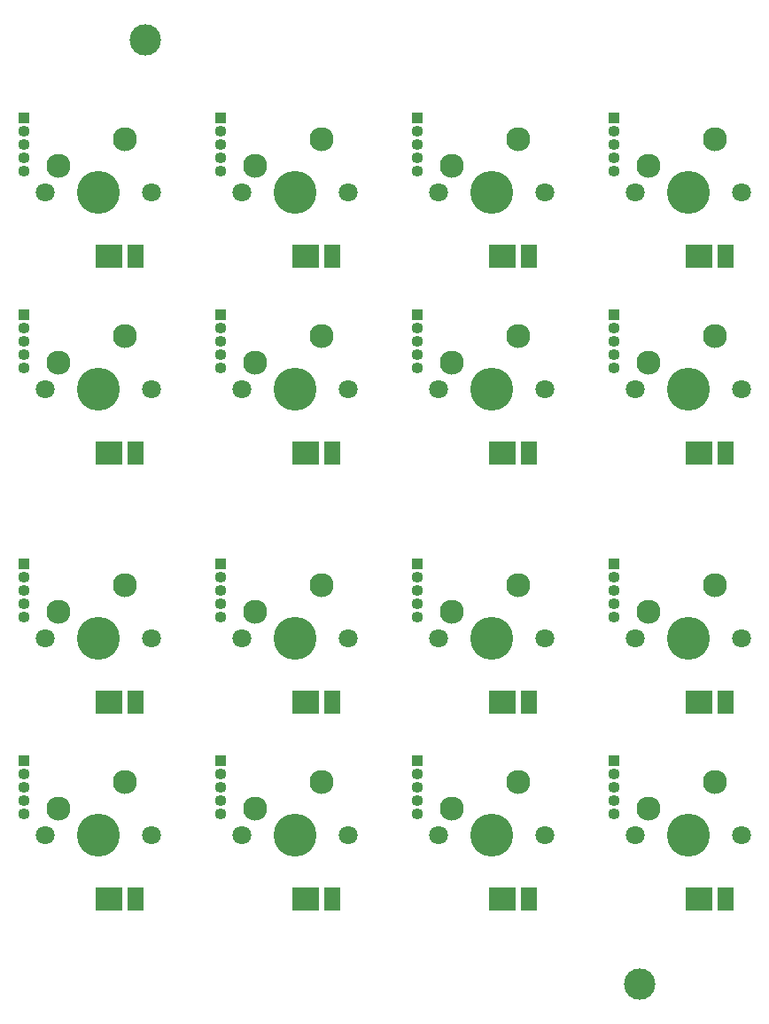
<source format=gts>
%TF.GenerationSoftware,KiCad,Pcbnew,(5.1.6)-1*%
%TF.CreationDate,2021-05-22T18:41:59+09:00*%
%TF.ProjectId,TinyIR-Panel,54696e79-4952-42d5-9061-6e656c2e6b69,rev?*%
%TF.SameCoordinates,Original*%
%TF.FileFunction,Soldermask,Top*%
%TF.FilePolarity,Negative*%
%FSLAX46Y46*%
G04 Gerber Fmt 4.6, Leading zero omitted, Abs format (unit mm)*
G04 Created by KiCad (PCBNEW (5.1.6)-1) date 2021-05-22 18:41:59*
%MOMM*%
%LPD*%
G01*
G04 APERTURE LIST*
%ADD10C,3.000000*%
%ADD11R,1.650000X2.300000*%
%ADD12R,2.600000X2.300000*%
%ADD13C,1.800000*%
%ADD14C,4.100000*%
%ADD15C,2.300000*%
%ADD16O,1.100000X1.100000*%
%ADD17R,1.100000X1.100000*%
G04 APERTURE END LIST*
D10*
%TO.C,REF\u002A\u002A*%
X98298000Y-54610000D03*
%TD*%
%TO.C,REF\u002A\u002A*%
X145542000Y-144780000D03*
%TD*%
D11*
%TO.C,D1*%
X135009000Y-136656000D03*
D12*
X132434000Y-136656000D03*
%TD*%
D13*
%TO.C,SW1*%
X155333000Y-111760000D03*
X145173000Y-111760000D03*
D14*
X150253000Y-111760000D03*
D15*
X146443000Y-109220000D03*
X152793000Y-106680000D03*
%TD*%
D11*
%TO.C,D1*%
X153809000Y-117856000D03*
D12*
X151234000Y-117856000D03*
%TD*%
D11*
%TO.C,D1*%
X135009000Y-117856000D03*
D12*
X132434000Y-117856000D03*
%TD*%
D16*
%TO.C,J1*%
X124341000Y-109728000D03*
X124341000Y-108458000D03*
X124341000Y-107188000D03*
X124341000Y-105918000D03*
D17*
X124341000Y-104648000D03*
%TD*%
D13*
%TO.C,SW1*%
X155333000Y-130560000D03*
X145173000Y-130560000D03*
D14*
X150253000Y-130560000D03*
D15*
X146443000Y-128020000D03*
X152793000Y-125480000D03*
%TD*%
D16*
%TO.C,J1*%
X105541000Y-109728000D03*
X105541000Y-108458000D03*
X105541000Y-107188000D03*
X105541000Y-105918000D03*
D17*
X105541000Y-104648000D03*
%TD*%
D13*
%TO.C,SW1*%
X98933000Y-130560000D03*
X88773000Y-130560000D03*
D14*
X93853000Y-130560000D03*
D15*
X90043000Y-128020000D03*
X96393000Y-125480000D03*
%TD*%
D11*
%TO.C,D1*%
X97409000Y-136656000D03*
D12*
X94834000Y-136656000D03*
%TD*%
D13*
%TO.C,SW1*%
X117733000Y-130560000D03*
X107573000Y-130560000D03*
D14*
X112653000Y-130560000D03*
D15*
X108843000Y-128020000D03*
X115193000Y-125480000D03*
%TD*%
D11*
%TO.C,D1*%
X116209000Y-136656000D03*
D12*
X113634000Y-136656000D03*
%TD*%
D13*
%TO.C,SW1*%
X136533000Y-130560000D03*
X126373000Y-130560000D03*
D14*
X131453000Y-130560000D03*
D15*
X127643000Y-128020000D03*
X133993000Y-125480000D03*
%TD*%
D13*
%TO.C,SW1*%
X117733000Y-111760000D03*
X107573000Y-111760000D03*
D14*
X112653000Y-111760000D03*
D15*
X108843000Y-109220000D03*
X115193000Y-106680000D03*
%TD*%
D11*
%TO.C,D1*%
X153809000Y-136656000D03*
D12*
X151234000Y-136656000D03*
%TD*%
D13*
%TO.C,SW1*%
X136533000Y-111760000D03*
X126373000Y-111760000D03*
D14*
X131453000Y-111760000D03*
D15*
X127643000Y-109220000D03*
X133993000Y-106680000D03*
%TD*%
D16*
%TO.C,J1*%
X143141000Y-109728000D03*
X143141000Y-108458000D03*
X143141000Y-107188000D03*
X143141000Y-105918000D03*
D17*
X143141000Y-104648000D03*
%TD*%
%TO.C,J1*%
X86741000Y-104648000D03*
D16*
X86741000Y-105918000D03*
X86741000Y-107188000D03*
X86741000Y-108458000D03*
X86741000Y-109728000D03*
%TD*%
D15*
%TO.C,SW1*%
X96393000Y-106680000D03*
X90043000Y-109220000D03*
D14*
X93853000Y-111760000D03*
D13*
X88773000Y-111760000D03*
X98933000Y-111760000D03*
%TD*%
D12*
%TO.C,D1*%
X94834000Y-117856000D03*
D11*
X97409000Y-117856000D03*
%TD*%
%TO.C,D1*%
X116209000Y-117856000D03*
D12*
X113634000Y-117856000D03*
%TD*%
D16*
%TO.C,J1*%
X143141000Y-128528000D03*
X143141000Y-127258000D03*
X143141000Y-125988000D03*
X143141000Y-124718000D03*
D17*
X143141000Y-123448000D03*
%TD*%
D16*
%TO.C,J1*%
X105541000Y-128528000D03*
X105541000Y-127258000D03*
X105541000Y-125988000D03*
X105541000Y-124718000D03*
D17*
X105541000Y-123448000D03*
%TD*%
D16*
%TO.C,J1*%
X124341000Y-128528000D03*
X124341000Y-127258000D03*
X124341000Y-125988000D03*
X124341000Y-124718000D03*
D17*
X124341000Y-123448000D03*
%TD*%
D16*
%TO.C,J1*%
X86741000Y-128528000D03*
X86741000Y-127258000D03*
X86741000Y-125988000D03*
X86741000Y-124718000D03*
D17*
X86741000Y-123448000D03*
%TD*%
%TO.C,J1*%
X143141000Y-80903000D03*
D16*
X143141000Y-82173000D03*
X143141000Y-83443000D03*
X143141000Y-84713000D03*
X143141000Y-85983000D03*
%TD*%
D17*
%TO.C,J1*%
X124341000Y-80903000D03*
D16*
X124341000Y-82173000D03*
X124341000Y-83443000D03*
X124341000Y-84713000D03*
X124341000Y-85983000D03*
%TD*%
D17*
%TO.C,J1*%
X105541000Y-80903000D03*
D16*
X105541000Y-82173000D03*
X105541000Y-83443000D03*
X105541000Y-84713000D03*
X105541000Y-85983000D03*
%TD*%
D17*
%TO.C,J1*%
X86741000Y-80903000D03*
D16*
X86741000Y-82173000D03*
X86741000Y-83443000D03*
X86741000Y-84713000D03*
X86741000Y-85983000D03*
%TD*%
D17*
%TO.C,J1*%
X143141000Y-62103000D03*
D16*
X143141000Y-63373000D03*
X143141000Y-64643000D03*
X143141000Y-65913000D03*
X143141000Y-67183000D03*
%TD*%
D17*
%TO.C,J1*%
X124341000Y-62103000D03*
D16*
X124341000Y-63373000D03*
X124341000Y-64643000D03*
X124341000Y-65913000D03*
X124341000Y-67183000D03*
%TD*%
D17*
%TO.C,J1*%
X105541000Y-62103000D03*
D16*
X105541000Y-63373000D03*
X105541000Y-64643000D03*
X105541000Y-65913000D03*
X105541000Y-67183000D03*
%TD*%
D15*
%TO.C,SW1*%
X152793000Y-82935000D03*
X146443000Y-85475000D03*
D14*
X150253000Y-88015000D03*
D13*
X145173000Y-88015000D03*
X155333000Y-88015000D03*
%TD*%
D15*
%TO.C,SW1*%
X133993000Y-82935000D03*
X127643000Y-85475000D03*
D14*
X131453000Y-88015000D03*
D13*
X126373000Y-88015000D03*
X136533000Y-88015000D03*
%TD*%
D15*
%TO.C,SW1*%
X115193000Y-82935000D03*
X108843000Y-85475000D03*
D14*
X112653000Y-88015000D03*
D13*
X107573000Y-88015000D03*
X117733000Y-88015000D03*
%TD*%
D15*
%TO.C,SW1*%
X96393000Y-82935000D03*
X90043000Y-85475000D03*
D14*
X93853000Y-88015000D03*
D13*
X88773000Y-88015000D03*
X98933000Y-88015000D03*
%TD*%
D15*
%TO.C,SW1*%
X152793000Y-64135000D03*
X146443000Y-66675000D03*
D14*
X150253000Y-69215000D03*
D13*
X145173000Y-69215000D03*
X155333000Y-69215000D03*
%TD*%
D15*
%TO.C,SW1*%
X133993000Y-64135000D03*
X127643000Y-66675000D03*
D14*
X131453000Y-69215000D03*
D13*
X126373000Y-69215000D03*
X136533000Y-69215000D03*
%TD*%
D15*
%TO.C,SW1*%
X115193000Y-64135000D03*
X108843000Y-66675000D03*
D14*
X112653000Y-69215000D03*
D13*
X107573000Y-69215000D03*
X117733000Y-69215000D03*
%TD*%
D12*
%TO.C,D1*%
X151234000Y-94111000D03*
D11*
X153809000Y-94111000D03*
%TD*%
D12*
%TO.C,D1*%
X132434000Y-94111000D03*
D11*
X135009000Y-94111000D03*
%TD*%
D12*
%TO.C,D1*%
X113634000Y-94111000D03*
D11*
X116209000Y-94111000D03*
%TD*%
D12*
%TO.C,D1*%
X94834000Y-94111000D03*
D11*
X97409000Y-94111000D03*
%TD*%
D12*
%TO.C,D1*%
X151234000Y-75311000D03*
D11*
X153809000Y-75311000D03*
%TD*%
D12*
%TO.C,D1*%
X132434000Y-75311000D03*
D11*
X135009000Y-75311000D03*
%TD*%
D12*
%TO.C,D1*%
X113634000Y-75311000D03*
D11*
X116209000Y-75311000D03*
%TD*%
D16*
%TO.C,J1*%
X86741000Y-67183000D03*
X86741000Y-65913000D03*
X86741000Y-64643000D03*
X86741000Y-63373000D03*
D17*
X86741000Y-62103000D03*
%TD*%
D13*
%TO.C,SW1*%
X98933000Y-69215000D03*
X88773000Y-69215000D03*
D14*
X93853000Y-69215000D03*
D15*
X90043000Y-66675000D03*
X96393000Y-64135000D03*
%TD*%
D11*
%TO.C,D1*%
X97409000Y-75311000D03*
D12*
X94834000Y-75311000D03*
%TD*%
M02*

</source>
